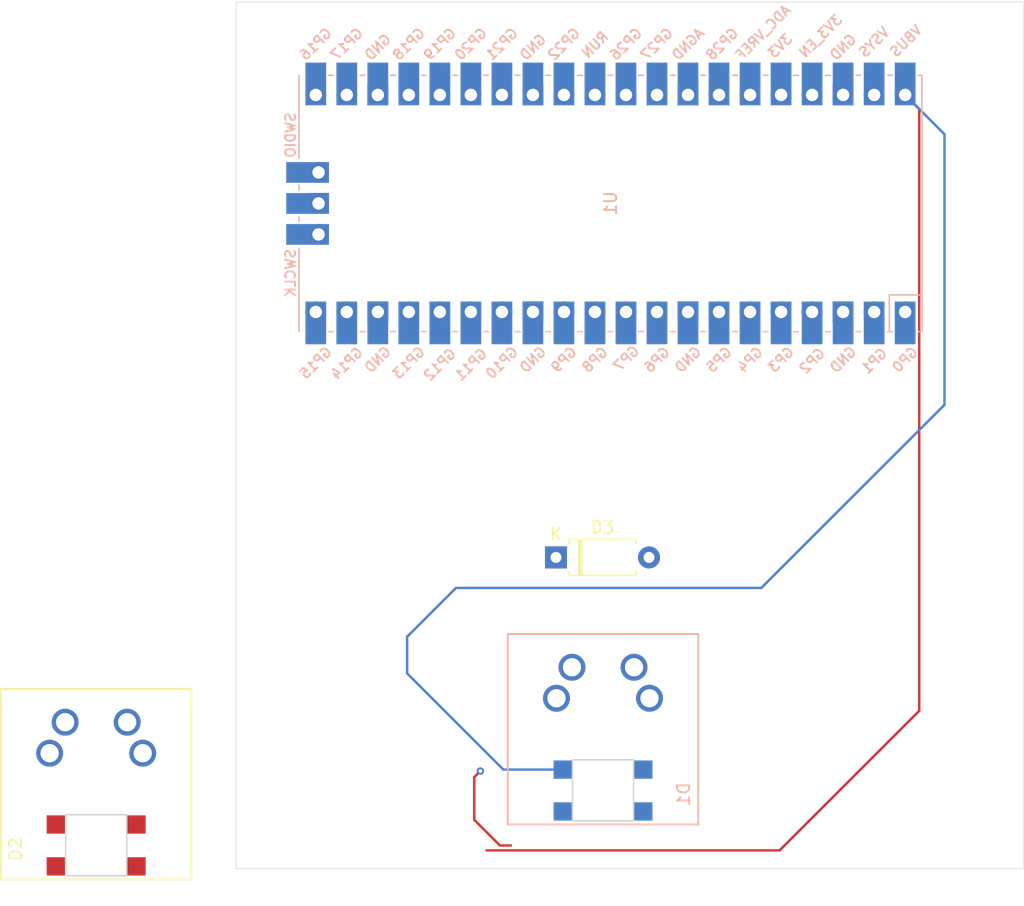
<source format=kicad_pcb>
(kicad_pcb (version 20240108) (generator "pcbnew") (generator_version "8.0")
  (layers (0 "F.Cu" signal) (31 "B.Cu" signal) (34 "B.Paste" user) (35 "F.Paste" user) (36 "B.SilkS" user "B.Silkscreen") (37 "F.SilkS" user "F.Silkscreen") (38 "B.Mask" user) (39 "F.Mask" user) (44 "Edge.Cuts" user))
  (net 0 "")
  (net 5 "Net-(D1-VDD)")
  (net 8 "Net-(U1-GPIO22)")
  (net 23 "Net-(D1-VSS)")
  (net 31 "Net-(D1-Pad6)")
  (net 37 "Net-(D1-DOUT)")
  (net 44 "Net-(D1-DIN)")
  (footprint "Diode_THT:D_A-405_P7.62mm_Horizontal" (layer "F.Cu") (at 85.19 59.5)
    (property "Reference" "D3" (at 3.81 -2.47 0) (layer "F.SilkS"))
    (property "Value" "D")
    (fp_line (start 1.09 -1.47) (end 6.53 -1.47) (stroke (width 0.12)) (layer "F.SilkS"))
    (fp_line (start 1.09 -1.14) (end 1.09 -1.47) (stroke (width 0.12)) (layer "F.SilkS"))
    (fp_line (start 1.09 1.14) (end 1.09 1.47) (stroke (width 0.12)) (layer "F.SilkS"))
    (fp_line (start 1.09 1.47) (end 6.53 1.47) (stroke (width 0.12)) (layer "F.SilkS"))
    (fp_line (start 1.87 -1.47) (end 1.87 1.47) (stroke (width 0.12)) (layer "F.SilkS"))
    (fp_line (start 1.99 -1.47) (end 1.99 1.47) (stroke (width 0.12)) (layer "F.SilkS"))
    (fp_line (start 2.11 -1.47) (end 2.11 1.47) (stroke (width 0.12)) (layer "F.SilkS"))
    (fp_line (start 6.53 -1.47) (end 6.53 -1.14) (stroke (width 0.12)) (layer "F.SilkS"))
    (fp_line (start 6.53 1.47) (end 6.53 1.14) (stroke (width 0.12)) (layer "F.SilkS"))
    (fp_text user "K" (at 0 -1.9 0) (layer "F.SilkS"))
    (pad "1" thru_hole rect (at 0 0) (size 1.8 1.8) (drill 0.9) (layers "*.Cu" "*.Mask"))
    (pad "2" thru_hole oval (at 7.62 0) (size 1.8 1.8) (drill 0.9) (layers "*.Cu" "*.Mask"))
  )
  (footprint "Cherry_MX_WS2812:Cherry_MX_SK6812_BS" (layer "F.Cu") (at 47.54 78.08)
    (property "Reference" "D2" (at -6.604 5.334 90) (layer "F.SilkS"))
    (property "Value" "WS2812B")
    (fp_line (start -7.8 -7.8) (end 7.8 -7.8) (stroke (width 0.15)) (layer "F.SilkS"))
    (fp_line (start -7.8 7.8) (end -7.8 -7.8) (stroke (width 0.15)) (layer "F.SilkS"))
    (fp_line (start 7.8 -7.8) (end 7.8 7.8) (stroke (width 0.15)) (layer "F.SilkS"))
    (fp_line (start 7.8 7.8) (end -7.8 7.8) (stroke (width 0.15)) (layer "F.SilkS"))
    (fp_line (start -2.5 2.5) (end 2.5 2.5) (stroke (width 0.12)) (layer "Edge.Cuts"))
    (fp_line (start -2.5 7.5) (end -2.5 2.5) (stroke (width 0.12)) (layer "Edge.Cuts"))
    (fp_line (start 2.5 2.5) (end 2.5 7.5) (stroke (width 0.12)) (layer "Edge.Cuts"))
    (fp_line (start 2.5 7.5) (end -2.5 7.5) (stroke (width 0.12)) (layer "Edge.Cuts"))
    (pad "" np_thru_hole circle (at -5.08 0) (size 1.4986 1.4986) (drill 1.4986) (layers "*.Cu" "*.Mask"))
    (pad "" np_thru_hole circle (at 0 0) (size 3.9878 3.9878) (drill 3.9878) (layers "*.Cu" "*.Mask"))
    (pad "" np_thru_hole circle (at 5.08 0) (size 1.4986 1.4986) (drill 1.4986) (layers "*.Cu" "*.Mask"))
    (pad "1" smd rect (at 3.302 3.302) (size 1.5 1.5) (layers "F.Cu" "F.Paste" "F.Mask") (net 5 "Net-(D1-VDD)"))
    (pad "2" smd rect (at 3.302 6.731) (size 1.5 1.5) (layers "F.Cu" "F.Paste" "F.Mask"))
    (pad "3" smd rect (at -3.302 6.731) (size 1.5 1.5) (layers "F.Cu" "F.Paste" "F.Mask") (net 23 "Net-(D1-VSS)"))
    (pad "4" smd rect (at -3.302 3.302) (size 1.5 1.5) (layers "F.Cu" "F.Paste" "F.Mask") (net 37 "Net-(D1-DOUT)"))
    (pad "5" thru_hole circle (at -3.81 -2.54) (size 2.2 2.2) (drill 1.4986) (layers "*.Cu" "*.Mask"))
    (pad "5" thru_hole circle (at -2.54 -5.08) (size 2.2 2.2) (drill 1.4986) (layers "*.Cu" "*.Mask"))
    (pad "6" thru_hole circle (at 2.54 -5.08) (size 2.2 2.2) (drill 1.4986) (layers "*.Cu" "*.Mask"))
    (pad "6" thru_hole circle (at 3.81 -2.54) (size 2.2 2.2) (drill 1.4986) (layers "*.Cu" "*.Mask"))
  )
  (footprint "MCU_RaspberryPi_and_Boards:RPi_Pico_SMD_TH" (layer "B.Cu") (at 89.65 30.5 90)
    (property "Reference" "U1" (at 0 0 -90) (layer "B.SilkS") (effects (justify mirror)))
    (property "Value" "Pico")
    (fp_line (start 3.7 -25.5) (end 10.5 -25.5) (stroke (width 0.12)) (layer "B.SilkS"))
    (fp_line (start 1.5 -25.5) (end 1.1 -25.5) (stroke (width 0.12)) (layer "B.SilkS"))
    (fp_line (start -1.1 -25.5) (end -1.5 -25.5) (stroke (width 0.12)) (layer "B.SilkS"))
    (fp_line (start -10.5 -25.5) (end -3.7 -25.5) (stroke (width 0.12)) (layer "B.SilkS"))
    (fp_line (start 10.5 -23.1) (end 10.5 -22.7) (stroke (width 0.12)) (layer "B.SilkS"))
    (fp_line (start -10.5 -23.1) (end -10.5 -22.7) (stroke (width 0.12)) (layer "B.SilkS"))
    (fp_line (start 10.5 -20.5) (end 10.5 -20.1) (stroke (width 0.12)) (layer "B.SilkS"))
    (fp_line (start -10.5 -20.5) (end -10.5 -20.1) (stroke (width 0.12)) (layer "B.SilkS"))
    (fp_line (start 10.5 -18) (end 10.5 -17.6) (stroke (width 0.12)) (layer "B.SilkS"))
    (fp_line (start -10.5 -18) (end -10.5 -17.6) (stroke (width 0.12)) (layer "B.SilkS"))
    (fp_line (start 10.5 -15.5) (end 10.5 -15.1) (stroke (width 0.12)) (layer "B.SilkS"))
    (fp_line (start -10.5 -15.5) (end -10.5 -15.1) (stroke (width 0.12)) (layer "B.SilkS"))
    (fp_line (start 10.5 -12.9) (end 10.5 -12.5) (stroke (width 0.12)) (layer "B.SilkS"))
    (fp_line (start -10.5 -12.9) (end -10.5 -12.5) (stroke (width 0.12)) (layer "B.SilkS"))
    (fp_line (start 10.5 -10.4) (end 10.5 -10) (stroke (width 0.12)) (layer "B.SilkS"))
    (fp_line (start -10.5 -10.4) (end -10.5 -10) (stroke (width 0.12)) (layer "B.SilkS"))
    (fp_line (start 10.5 -7.8) (end 10.5 -7.4) (stroke (width 0.12)) (layer "B.SilkS"))
    (fp_line (start -10.5 -7.8) (end -10.5 -7.4) (stroke (width 0.12)) (layer "B.SilkS"))
    (fp_line (start 10.5 -5.3) (end 10.5 -4.9) (stroke (width 0.12)) (layer "B.SilkS"))
    (fp_line (start -10.5 -5.3) (end -10.5 -4.9) (stroke (width 0.12)) (layer "B.SilkS"))
    (fp_line (start 10.5 -2.7) (end 10.5 -2.3) (stroke (width 0.12)) (layer "B.SilkS"))
    (fp_line (start -10.5 -2.7) (end -10.5 -2.3) (stroke (width 0.12)) (layer "B.SilkS"))
    (fp_line (start 10.5 -0.2) (end 10.5 0.2) (stroke (width 0.12)) (layer "B.SilkS"))
    (fp_line (start -10.5 -0.2) (end -10.5 0.2) (stroke (width 0.12)) (layer "B.SilkS"))
    (fp_line (start 10.5 2.3) (end 10.5 2.7) (stroke (width 0.12)) (layer "B.SilkS"))
    (fp_line (start -10.5 2.3) (end -10.5 2.7) (stroke (width 0.12)) (layer "B.SilkS"))
    (fp_line (start 10.5 4.9) (end 10.5 5.3) (stroke (width 0.12)) (layer "B.SilkS"))
    (fp_line (start -10.5 4.9) (end -10.5 5.3) (stroke (width 0.12)) (layer "B.SilkS"))
    (fp_line (start 10.5 7.4) (end 10.5 7.8) (stroke (width 0.12)) (layer "B.SilkS"))
    (fp_line (start -10.5 7.4) (end -10.5 7.8) (stroke (width 0.12)) (layer "B.SilkS"))
    (fp_line (start 10.5 10) (end 10.5 10.4) (stroke (width 0.12)) (layer "B.SilkS"))
    (fp_line (start -10.5 10) (end -10.5 10.4) (stroke (width 0.12)) (layer "B.SilkS"))
    (fp_line (start 10.5 12.5) (end 10.5 12.9) (stroke (width 0.12)) (layer "B.SilkS"))
    (fp_line (start -10.5 12.5) (end -10.5 12.9) (stroke (width 0.12)) (layer "B.SilkS"))
    (fp_line (start 10.5 15) (end 10.5 15.4) (stroke (width 0.12)) (layer "B.SilkS"))
    (fp_line (start -10.5 15) (end -10.5 15.4) (stroke (width 0.12)) (layer "B.SilkS"))
    (fp_line (start 10.5 17.6) (end 10.5 18) (stroke (width 0.12)) (layer "B.SilkS"))
    (fp_line (start -10.5 17.6) (end -10.5 18) (stroke (width 0.12)) (layer "B.SilkS"))
    (fp_line (start 10.5 20.1) (end 10.5 20.5) (stroke (width 0.12)) (layer "B.SilkS"))
    (fp_line (start -10.5 20.1) (end -10.5 20.5) (stroke (width 0.12)) (layer "B.SilkS"))
    (fp_line (start 10.5 22.7) (end 10.5 23.1) (stroke (width 0.12)) (layer "B.SilkS"))
    (fp_line (start -10.5 22.7) (end -10.5 23.1) (stroke (width 0.12)) (layer "B.SilkS"))
    (fp_line (start -7.493 22.833) (end -10.5 22.833) (stroke (width 0.12)) (layer "B.SilkS"))
    (fp_line (start 10.5 25.2) (end 10.5 25.5) (stroke (width 0.12)) (layer "B.SilkS"))
    (fp_line (start -10.5 25.2) (end -10.5 25.5) (stroke (width 0.12)) (layer "B.SilkS"))
    (fp_line (start 10.5 25.5) (end -10.5 25.5) (stroke (width 0.12)) (layer "B.SilkS"))
    (fp_line (start -7.493 25.5) (end -7.493 22.833) (stroke (width 0.12)) (layer "B.SilkS"))
    (fp_text user "3V3" (at 12.9 13.9 45) (layer "B.SilkS") (effects (font (size 0.8 0.8)) (justify mirror)))
    (fp_text user "ADC_VREF" (at 14 12.5 45) (layer "B.SilkS") (effects (font (size 0.8 0.8)) (justify mirror)))
    (fp_text user "GP12" (at -13.2 -13.97 45) (layer "B.SilkS") (effects (font (size 0.8 0.8)) (justify mirror)))
    (fp_text user "AGND" (at 13.054 6.35 45) (layer "B.SilkS") (effects (font (size 0.8 0.8)) (justify mirror)))
    (fp_text user "GND" (at -12.8 -19.05 45) (layer "B.SilkS") (effects (font (size 0.8 0.8)) (justify mirror)))
    (fp_text user "GP0" (at -12.8 24.13 45) (layer "B.SilkS") (effects (font (size 0.8 0.8)) (justify mirror)))
    (fp_text user "3V3_EN" (at 13.7 17.2 45) (layer "B.SilkS") (effects (font (size 0.8 0.8)) (justify mirror)))
    (fp_text user "GND" (at 12.8 19.05 45) (layer "B.SilkS") (effects (font (size 0.8 0.8)) (justify mirror)))
    (fp_text user "GP28" (at 13.054 9.144 45) (layer "B.SilkS") (effects (font (size 0.8 0.8)) (justify mirror)))
    (fp_text user "GND" (at -12.8 19.05 45) (layer "B.SilkS") (effects (font (size 0.8 0.8)) (justify mirror)))
    (fp_text user "GP21" (at 13.054 -8.9 45) (layer "B.SilkS") (effects (font (size 0.8 0.8)) (justify mirror)))
    (fp_text user "GND" (at -12.8 6.35 45) (layer "B.SilkS") (effects (font (size 0.8 0.8)) (justify mirror)))
    (fp_text user "GP16" (at 13.054 -24.13 45) (layer "B.SilkS") (effects (font (size 0.8 0.8)) (justify mirror)))
    (fp_text user "GP18" (at 13.054 -16.51 45) (layer "B.SilkS") (effects (font (size 0.8 0.8)) (justify mirror)))
    (fp_text user "GP4" (at -12.8 11.43 45) (layer "B.SilkS") (effects (font (size 0.8 0.8)) (justify mirror)))
    (fp_text user "GP5" (at -12.8 8.89 45) (layer "B.SilkS") (effects (font (size 0.8 0.8)) (justify mirror)))
    (fp_text user "GND" (at -12.8 -6.35 45) (layer "B.SilkS") (effects (font (size 0.8 0.8)) (justify mirror)))
    (fp_text user "SWDIO" (at 5.6 -26.2 -90) (layer "B.SilkS") (effects (font (size 0.8 0.8)) (justify mirror)))
    (fp_text user "GP14" (at -13.1 -21.59 45) (layer "B.SilkS") (effects (font (size 0.8 0.8)) (justify mirror)))
    (fp_text user "GP3" (at -12.8 13.97 45) (layer "B.SilkS") (effects (font (size 0.8 0.8)) (justify mirror)))
    (fp_text user "SWCLK" (at -5.7 -26.2 -90) (layer "B.SilkS") (effects (font (size 0.8 0.8)) (justify mirror)))
    (fp_text user "GND" (at 12.8 -19.05 45) (layer "B.SilkS") (effects (font (size 0.8 0.8)) (justify mirror)))
    (fp_text user "GND" (at 12.8 -6.35 45) (layer "B.SilkS") (effects (font (size 0.8 0.8)) (justify mirror)))
    (fp_text user "VSYS" (at 13.2 21.59 45) (layer "B.SilkS") (effects (font (size 0.8 0.8)) (justify mirror)))
    (fp_text user "GP1" (at -12.9 21.6 45) (layer "B.SilkS") (effects (font (size 0.8 0.8)) (justify mirror)))
    (fp_text user "GP27" (at 13.054 3.8 45) (layer "B.SilkS") (effects (font (size 0.8 0.8)) (justify mirror)))
    (fp_text user "GP9" (at -12.8 -3.81 45) (layer "B.SilkS") (effects (font (size 0.8 0.8)) (justify mirror)))
    (fp_text user "GP7" (at -12.7 1.3 45) (layer "B.SilkS") (effects (font (size 0.8 0.8)) (justify mirror)))
    (fp_text user "GP10" (at -13.054 -8.89 45) (layer "B.SilkS") (effects (font (size 0.8 0.8)) (justify mirror)))
    (fp_text user "GP13" (at -13.054 -16.51 45) (layer "B.SilkS") (effects (font (size 0.8 0.8)) (justify mirror)))
    (fp_text user "GP6" (at -12.8 3.81 45) (layer "B.SilkS") (effects (font (size 0.8 0.8)) (justify mirror)))
    (fp_text user "GP20" (at 13.054 -11.43 45) (layer "B.SilkS") (effects (font (size 0.8 0.8)) (justify mirror)))
    (fp_text user "GP22" (at 13.054 -3.81 45) (layer "B.SilkS") (effects (font (size 0.8 0.8)) (justify mirror)))
    (fp_text user "GP26" (at 13.054 1.27 45) (layer "B.SilkS") (effects (font (size 0.8 0.8)) (justify mirror)))
    (fp_text user "GP15" (at -13.054 -24.13 45) (layer "B.SilkS") (effects (font (size 0.8 0.8)) (justify mirror)))
    (fp_text user "GP11" (at -13.2 -11.43 45) (layer "B.SilkS") (effects (font (size 0.8 0.8)) (justify mirror)))
    (fp_text user "RUN" (at 13 -1.27 45) (layer "B.SilkS") (effects (font (size 0.8 0.8)) (justify mirror)))
    (fp_text user "GP8" (at -12.8 -1.27 45) (layer "B.SilkS") (effects (font (size 0.8 0.8)) (justify mirror)))
    (fp_text user "GP17" (at 13.054 -21.59 45) (layer "B.SilkS") (effects (font (size 0.8 0.8)) (justify mirror)))
    (fp_text user "GP2" (at -12.9 16.51 45) (layer "B.SilkS") (effects (font (size 0.8 0.8)) (justify mirror)))
    (fp_text user "VBUS" (at 13.3 24.2 45) (layer "B.SilkS") (effects (font (size 0.8 0.8)) (justify mirror)))
    (fp_text user "GP19" (at 13.054 -13.97 45) (layer "B.SilkS") (effects (font (size 0.8 0.8)) (justify mirror)))
    (pad "" np_thru_hole oval (at -2.725 24 90) (size 1.8 1.8) (drill 1.8) (layers "*.Cu" "*.Mask"))
    (pad "" np_thru_hole oval (at -2.425 20.97 90) (size 1.5 1.5) (drill 1.5) (layers "*.Cu" "*.Mask"))
    (pad "" np_thru_hole oval (at 2.425 20.97 90) (size 1.5 1.5) (drill 1.5) (layers "*.Cu" "*.Mask"))
    (pad "" np_thru_hole oval (at 2.725 24 90) (size 1.8 1.8) (drill 1.8) (layers "*.Cu" "*.Mask"))
    (pad "1" thru_hole oval (at -8.89 24.13 90) (size 1.7 1.7) (drill 1.02) (layers "*.Cu" "*.Mask"))
    (pad "1" smd rect (at -8.89 24.13 90) (size 3.5 1.7) (drill (offset -0.9 0)) (layers "B.Cu" "B.Mask"))
    (pad "2" thru_hole oval (at -8.89 21.59 90) (size 1.7 1.7) (drill 1.02) (layers "*.Cu" "*.Mask"))
    (pad "2" smd rect (at -8.89 21.59 90) (size 3.5 1.7) (drill (offset -0.9 0)) (layers "B.Cu" "B.Mask"))
    (pad "3" thru_hole rect (at -8.89 19.05 90) (size 1.7 1.7) (drill 1.02) (layers "*.Cu" "*.Mask"))
    (pad "3" smd rect (at -8.89 19.05 90) (size 3.5 1.7) (drill (offset -0.9 0)) (layers "B.Cu" "B.Mask"))
    (pad "4" thru_hole oval (at -8.89 16.51 90) (size 1.7 1.7) (drill 1.02) (layers "*.Cu" "*.Mask"))
    (pad "4" smd rect (at -8.89 16.51 90) (size 3.5 1.7) (drill (offset -0.9 0)) (layers "B.Cu" "B.Mask"))
    (pad "5" thru_hole oval (at -8.89 13.97 90) (size 1.7 1.7) (drill 1.02) (layers "*.Cu" "*.Mask"))
    (pad "5" smd rect (at -8.89 13.97 90) (size 3.5 1.7) (drill (offset -0.9 0)) (layers "B.Cu" "B.Mask"))
    (pad "6" thru_hole oval (at -8.89 11.43 90) (size 1.7 1.7) (drill 1.02) (layers "*.Cu" "*.Mask"))
    (pad "6" smd rect (at -8.89 11.43 90) (size 3.5 1.7) (drill (offset -0.9 0)) (layers "B.Cu" "B.Mask"))
    (pad "7" thru_hole oval (at -8.89 8.89 90) (size 1.7 1.7) (drill 1.02) (layers "*.Cu" "*.Mask"))
    (pad "7" smd rect (at -8.89 8.89 90) (size 3.5 1.7) (drill (offset -0.9 0)) (layers "B.Cu" "B.Mask"))
    (pad "8" thru_hole rect (at -8.89 6.35 90) (size 1.7 1.7) (drill 1.02) (layers "*.Cu" "*.Mask"))
    (pad "8" smd rect (at -8.89 6.35 90) (size 3.5 1.7) (drill (offset -0.9 0)) (layers "B.Cu" "B.Mask"))
    (pad "9" thru_hole oval (at -8.89 3.81 90) (size 1.7 1.7) (drill 1.02) (layers "*.Cu" "*.Mask"))
    (pad "9" smd rect (at -8.89 3.81 90) (size 3.5 1.7) (drill (offset -0.9 0)) (layers "B.Cu" "B.Mask"))
    (pad "10" thru_hole oval (at -8.89 1.27 90) (size 1.7 1.7) (drill 1.02) (layers "*.Cu" "*.Mask"))
    (pad "10" smd rect (at -8.89 1.27 90) (size 3.5 1.7) (drill (offset -0.9 0)) (layers "B.Cu" "B.Mask"))
    (pad "11" thru_hole oval (at -8.89 -1.27 90) (size 1.7 1.7) (drill 1.02) (layers "*.Cu" "*.Mask"))
    (pad "11" smd rect (at -8.89 -1.27 90) (size 3.5 1.7) (drill (offset -0.9 0)) (layers "B.Cu" "B.Mask"))
    (pad "12" thru_hole oval (at -8.89 -3.81 90) (size 1.7 1.7) (drill 1.02) (layers "*.Cu" "*.Mask"))
    (pad "12" smd rect (at -8.89 -3.81 90) (size 3.5 1.7) (drill (offset -0.9 0)) (layers "B.Cu" "B.Mask"))
    (pad "13" thru_hole rect (at -8.89 -6.35 90) (size 1.7 1.7) (drill 1.02) (layers "*.Cu" "*.Mask"))
    (pad "13" smd rect (at -8.89 -6.35 90) (size 3.5 1.7) (drill (offset -0.9 0)) (layers "B.Cu" "B.Mask"))
    (pad "14" thru_hole oval (at -8.89 -8.89 90) (size 1.7 1.7) (drill 1.02) (layers "*.Cu" "*.Mask"))
    (pad "14" smd rect (at -8.89 -8.89 90) (size 3.5 1.7) (drill (offset -0.9 0)) (layers "B.Cu" "B.Mask"))
    (pad "15" thru_hole oval (at -8.89 -11.43 90) (size 1.7 1.7) (drill 1.02) (layers "*.Cu" "*.Mask"))
    (pad "15" smd rect (at -8.89 -11.43 90) (size 3.5 1.7) (drill (offset -0.9 0)) (layers "B.Cu" "B.Mask"))
    (pad "16" thru_hole oval (at -8.89 -13.97 90) (size 1.7 1.7) (drill 1.02) (layers "*.Cu" "*.Mask"))
    (pad "16" smd rect (at -8.89 -13.97 90) (size 3.5 1.7) (drill (offset -0.9 0)) (layers "B.Cu" "B.Mask"))
    (pad "17" thru_hole oval (at -8.89 -16.51 90) (size 1.7 1.7) (drill 1.02) (layers "*.Cu" "*.Mask"))
    (pad "17" smd rect (at -8.89 -16.51 90) (size 3.5 1.7) (drill (offset -0.9 0)) (layers "B.Cu" "B.Mask"))
    (pad "18" thru_hole rect (at -8.89 -19.05 90) (size 1.7 1.7) (drill 1.02) (layers "*.Cu" "*.Mask"))
    (pad "18" smd rect (at -8.89 -19.05 90) (size 3.5 1.7) (drill (offset -0.9 0)) (layers "B.Cu" "B.Mask"))
    (pad "19" thru_hole oval (at -8.89 -21.59 90) (size 1.7 1.7) (drill 1.02) (layers "*.Cu" "*.Mask"))
    (pad "19" smd rect (at -8.89 -21.59 90) (size 3.5 1.7) (drill (offset -0.9 0)) (layers "B.Cu" "B.Mask"))
    (pad "20" thru_hole oval (at -8.89 -24.13 90) (size 1.7 1.7) (drill 1.02) (layers "*.Cu" "*.Mask"))
    (pad "20" smd rect (at -8.89 -24.13 90) (size 3.5 1.7) (drill (offset -0.9 0)) (layers "B.Cu" "B.Mask"))
    (pad "21" thru_hole oval (at 8.89 -24.13 90) (size 1.7 1.7) (drill 1.02) (layers "*.Cu" "*.Mask"))
    (pad "21" smd rect (at 8.89 -24.13 90) (size 3.5 1.7) (drill (offset 0.9 0)) (layers "B.Cu" "B.Mask"))
    (pad "22" thru_hole oval (at 8.89 -21.59 90) (size 1.7 1.7) (drill 1.02) (layers "*.Cu" "*.Mask"))
    (pad "22" smd rect (at 8.89 -21.59 90) (size 3.5 1.7) (drill (offset 0.9 0)) (layers "B.Cu" "B.Mask"))
    (pad "23" thru_hole rect (at 8.89 -19.05 90) (size 1.7 1.7) (drill 1.02) (layers "*.Cu" "*.Mask") (net 23 "Net-(D1-VSS)"))
    (pad "23" smd rect (at 8.89 -19.05 90) (size 3.5 1.7) (drill (offset 0.9 0)) (layers "B.Cu" "B.Mask") (net 23 "Net-(D1-VSS)"))
    (pad "24" thru_hole oval (at 8.89 -16.51 90) (size 1.7 1.7) (drill 1.02) (layers "*.Cu" "*.Mask"))
    (pad "24" smd rect (at 8.89 -16.51 90) (size 3.5 1.7) (drill (offset 0.9 0)) (layers "B.Cu" "B.Mask"))
    (pad "25" thru_hole oval (at 8.89 -13.97 90) (size 1.7 1.7) (drill 1.02) (layers "*.Cu" "*.Mask"))
    (pad "25" smd rect (at 8.89 -13.97 90) (size 3.5 1.7) (drill (offset 0.9 0)) (layers "B.Cu" "B.Mask"))
    (pad "26" thru_hole oval (at 8.89 -11.43 90) (size 1.7 1.7) (drill 1.02) (layers "*.Cu" "*.Mask"))
    (pad "26" smd rect (at 8.89 -11.43 90) (size 3.5 1.7) (drill (offset 0.9 0)) (layers "B.Cu" "B.Mask"))
    (pad "27" thru_hole oval (at 8.89 -8.89 90) (size 1.7 1.7) (drill 1.02) (layers "*.Cu" "*.Mask"))
    (pad "27" smd rect (at 8.89 -8.89 90) (size 3.5 1.7) (drill (offset 0.9 0)) (layers "B.Cu" "B.Mask"))
    (pad "28" thru_hole rect (at 8.89 -6.35 90) (size 1.7 1.7) (drill 1.02) (layers "*.Cu" "*.Mask"))
    (pad "28" smd rect (at 8.89 -6.35 90) (size 3.5 1.7) (drill (offset 0.9 0)) (layers "B.Cu" "B.Mask"))
    (pad "29" thru_hole oval (at 8.89 -3.81 90) (size 1.7 1.7) (drill 1.02) (layers "*.Cu" "*.Mask") (net 8 "Net-(U1-GPIO22)"))
    (pad "29" smd rect (at 8.89 -3.81 90) (size 3.5 1.7) (drill (offset 0.9 0)) (layers "B.Cu" "B.Mask") (net 8 "Net-(U1-GPIO22)"))
    (pad "30" thru_hole oval (at 8.89 -1.27 90) (size 1.7 1.7) (drill 1.02) (layers "*.Cu" "*.Mask"))
    (pad "30" smd rect (at 8.89 -1.27 90) (size 3.5 1.7) (drill (offset 0.9 0)) (layers "B.Cu" "B.Mask"))
    (pad "31" thru_hole oval (at 8.89 1.27 90) (size 1.7 1.7) (drill 1.02) (layers "*.Cu" "*.Mask"))
    (pad "31" smd rect (at 8.89 1.27 90) (size 3.5 1.7) (drill (offset 0.9 0)) (layers "B.Cu" "B.Mask"))
    (pad "32" thru_hole oval (at 8.89 3.81 90) (size 1.7 1.7) (drill 1.02) (layers "*.Cu" "*.Mask") (net 44 "Net-(D1-DIN)"))
    (pad "32" smd rect (at 8.89 3.81 90) (size 3.5 1.7) (drill (offset 0.9 0)) (layers "B.Cu" "B.Mask") (net 44 "Net-(D1-DIN)"))
    (pad "33" thru_hole rect (at 8.89 6.35 90) (size 1.7 1.7) (drill 1.02) (layers "*.Cu" "*.Mask"))
    (pad "33" smd rect (at 8.89 6.35 90) (size 3.5 1.7) (drill (offset 0.9 0)) (layers "B.Cu" "B.Mask"))
    (pad "34" thru_hole oval (at 8.89 8.89 90) (size 1.7 1.7) (drill 1.02) (layers "*.Cu" "*.Mask"))
    (pad "34" smd rect (at 8.89 8.89 90) (size 3.5 1.7) (drill (offset 0.9 0)) (layers "B.Cu" "B.Mask"))
    (pad "35" thru_hole oval (at 8.89 11.43 90) (size 1.7 1.7) (drill 1.02) (layers "*.Cu" "*.Mask"))
    (pad "35" smd rect (at 8.89 11.43 90) (size 3.5 1.7) (drill (offset 0.9 0)) (layers "B.Cu" "B.Mask"))
    (pad "36" thru_hole oval (at 8.89 13.97 90) (size 1.7 1.7) (drill 1.02) (layers "*.Cu" "*.Mask"))
    (pad "36" smd rect (at 8.89 13.97 90) (size 3.5 1.7) (drill (offset 0.9 0)) (layers "B.Cu" "B.Mask"))
    (pad "37" thru_hole oval (at 8.89 16.51 90) (size 1.7 1.7) (drill 1.02) (layers "*.Cu" "*.Mask"))
    (pad "37" smd rect (at 8.89 16.51 90) (size 3.5 1.7) (drill (offset 0.9 0)) (layers "B.Cu" "B.Mask"))
    (pad "38" thru_hole rect (at 8.89 19.05 90) (size 1.7 1.7) (drill 1.02) (layers "*.Cu" "*.Mask") (net 31 "Net-(D1-Pad6)"))
    (pad "38" smd rect (at 8.89 19.05 90) (size 3.5 1.7) (drill (offset 0.9 0)) (layers "B.Cu" "B.Mask") (net 31 "Net-(D1-Pad6)"))
    (pad "39" thru_hole oval (at 8.89 21.59 90) (size 1.7 1.7) (drill 1.02) (layers "*.Cu" "*.Mask"))
    (pad "39" smd rect (at 8.89 21.59 90) (size 3.5 1.7) (drill (offset 0.9 0)) (layers "B.Cu" "B.Mask"))
    (pad "40" thru_hole oval (at 8.89 24.13 90) (size 1.7 1.7) (drill 1.02) (layers "*.Cu" "*.Mask") (net 5 "Net-(D1-VDD)"))
    (pad "40" smd rect (at 8.89 24.13 90) (size 3.5 1.7) (drill (offset 0.9 0)) (layers "B.Cu" "B.Mask") (net 5 "Net-(D1-VDD)"))
    (pad "41" thru_hole oval (at -2.54 -23.9 90) (size 1.7 1.7) (drill 1.02) (layers "*.Cu" "*.Mask"))
    (pad "41" smd rect (at -2.54 -23.9) (size 3.5 1.7) (drill (offset -0.9 0)) (layers "B.Cu" "B.Mask"))
    (pad "42" thru_hole rect (at 0 -23.9 90) (size 1.7 1.7) (drill 1.02) (layers "*.Cu" "*.Mask"))
    (pad "42" smd rect (at 0 -23.9) (size 3.5 1.7) (drill (offset -0.9 0)) (layers "B.Cu" "B.Mask"))
    (pad "43" thru_hole oval (at 2.54 -23.9 90) (size 1.7 1.7) (drill 1.02) (layers "*.Cu" "*.Mask"))
    (pad "43" smd rect (at 2.54 -23.9) (size 3.5 1.7) (drill (offset -0.9 0)) (layers "B.Cu" "B.Mask"))
  )
  (footprint "Cherry_MX_WS2812:Cherry_MX_SK6812_BS" (layer "B.Cu") (at 89.04 73.58 180)
    (property "Reference" "D1" (at -6.604 -5.334 -90) (layer "B.SilkS") (effects (justify mirror)))
    (property "Value" "WS2812B")
    (fp_line (start 7.8 7.8) (end -7.8 7.8) (stroke (width 0.15)) (layer "B.SilkS"))
    (fp_line (start 7.8 -7.8) (end 7.8 7.8) (stroke (width 0.15)) (layer "B.SilkS"))
    (fp_line (start -7.8 7.8) (end -7.8 -7.8) (stroke (width 0.15)) (layer "B.SilkS"))
    (fp_line (start -7.8 -7.8) (end 7.8 -7.8) (stroke (width 0.15)) (layer "B.SilkS"))
    (fp_line (start 2.5 -2.5) (end -2.5 -2.5) (stroke (width 0.12)) (layer "Edge.Cuts"))
    (fp_line (start 2.5 -7.5) (end 2.5 -2.5) (stroke (width 0.12)) (layer "Edge.Cuts"))
    (fp_line (start -2.5 -2.5) (end -2.5 -7.5) (stroke (width 0.12)) (layer "Edge.Cuts"))
    (fp_line (start -2.5 -7.5) (end 2.5 -7.5) (stroke (width 0.12)) (layer "Edge.Cuts"))
    (pad "" np_thru_hole circle (at -5.08 0 180) (size 1.4986 1.4986) (drill 1.4986) (layers "*.Cu" "*.Mask"))
    (pad "" np_thru_hole circle (at 0 0 180) (size 3.9878 3.9878) (drill 3.9878) (layers "*.Cu" "*.Mask"))
    (pad "" np_thru_hole circle (at 5.08 0 180) (size 1.4986 1.4986) (drill 1.4986) (layers "*.Cu" "*.Mask"))
    (pad "1" smd rect (at 3.302 -3.302 180) (size 1.5 1.5) (layers "B.Cu" "B.Paste" "B.Mask") (net 5 "Net-(D1-VDD)"))
    (pad "2" smd rect (at 3.302 -6.731 180) (size 1.5 1.5) (layers "B.Cu" "B.Paste" "B.Mask") (net 37 "Net-(D1-DOUT)"))
    (pad "3" smd rect (at -3.302 -6.731 180) (size 1.5 1.5) (layers "B.Cu" "B.Paste" "B.Mask") (net 23 "Net-(D1-VSS)"))
    (pad "4" smd rect (at -3.302 -3.302 180) (size 1.5 1.5) (layers "B.Cu" "B.Paste" "B.Mask") (net 44 "Net-(D1-DIN)"))
    (pad "5" thru_hole circle (at -3.81 2.54 180) (size 2.2 2.2) (drill 1.4986) (layers "*.Cu" "*.Mask") (net 8 "Net-(U1-GPIO22)"))
    (pad "5" thru_hole circle (at -2.54 5.08 180) (size 2.2 2.2) (drill 1.4986) (layers "*.Cu" "*.Mask") (net 8 "Net-(U1-GPIO22)"))
    (pad "6" thru_hole circle (at 2.54 5.08 180) (size 2.2 2.2) (drill 1.4986) (layers "*.Cu" "*.Mask") (net 31 "Net-(D1-Pad6)"))
    (pad "6" thru_hole circle (at 3.81 2.54 180) (size 2.2 2.2) (drill 1.4986) (layers "*.Cu" "*.Mask") (net 31 "Net-(D1-Pad6)"))
  )
  (gr_rect (start 59 14) (end 123.5 85) (stroke (width 0.05)) (fill none) (layer "Edge.Cuts"))
  (segment (start 78.5 81) (end 80.6 83.1) (width 0.2) (layer "F.Cu") (net 0))
  (segment (start 80.6 83.1) (end 81.5 83.1) (width 0.2) (layer "F.Cu") (net 0))
  (segment (start 78.5 80.5) (end 78.5 81) (width 0.2) (layer "F.Cu") (net 0))
  (segment (start 79 77) (end 78.5 77.5) (width 0.2) (layer "F.Cu") (net 0))
  (segment (start 78.5 77.5) (end 78.5 80.5) (width 0.2) (layer "F.Cu") (net 0))
  (via (at 79 77) (size 0.6) (drill 0.3) (layers "F.Cu" "B.Cu") (net 0))
  (segment (start 103.5 83.5) (end 114.93 72.07) (width 0.2) (layer "F.Cu") (net 5))
  (segment (start 79.5 83.5) (end 103.5 83.5) (width 0.2) (layer "F.Cu") (net 5))
  (segment (start 114.93 72.07) (end 114.93 22.76) (width 0.2) (layer "F.Cu") (net 5))
  (segment (start 114.93 22.76) (end 113.78 21.61) (width 0.2) (layer "F.Cu") (net 5))
  (segment (start 77 62) (end 73 66) (width 0.2) (layer "B.Cu") (net 5))
  (segment (start 117 24.83) (end 117 47) (width 0.2) (layer "B.Cu") (net 5))
  (segment (start 113.78 21.61) (end 117 24.83) (width 0.2) (layer "B.Cu") (net 5))
  (segment (start 117 47) (end 102 62) (width 0.2) (layer "B.Cu") (net 5))
  (segment (start 80.882 76.882) (end 85.738 76.882) (width 0.2) (layer "B.Cu") (net 5))
  (segment (start 73 66) (end 73 69) (width 0.2) (layer "B.Cu") (net 5))
  (segment (start 102 62) (end 77 62) (width 0.2) (layer "B.Cu") (net 5))
  (segment (start 73 69) (end 80.882 76.882) (width 0.2) (layer "B.Cu") (net 5))
)
</source>
